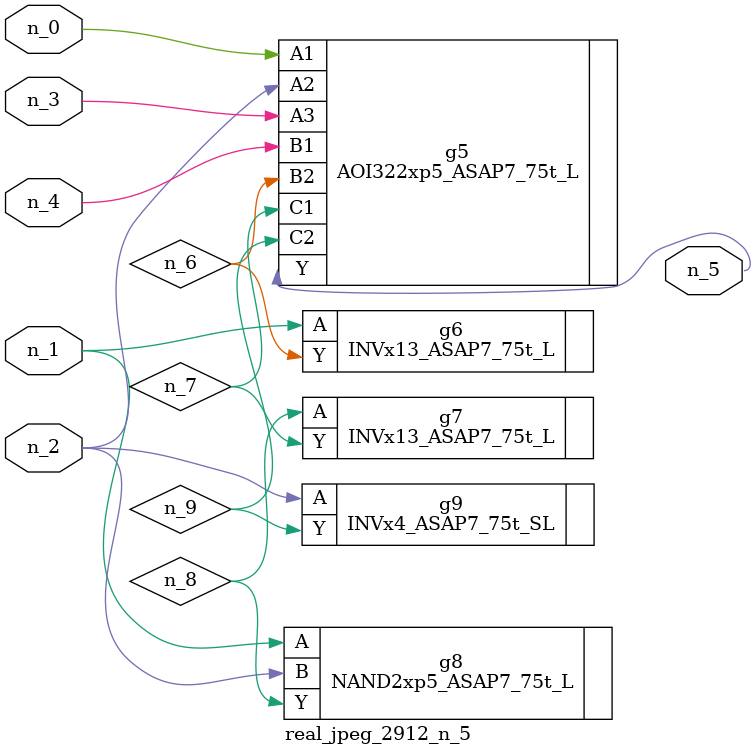
<source format=v>
module real_jpeg_2912_n_5 (n_4, n_0, n_1, n_2, n_3, n_5);

input n_4;
input n_0;
input n_1;
input n_2;
input n_3;

output n_5;

wire n_8;
wire n_6;
wire n_7;
wire n_9;

AOI322xp5_ASAP7_75t_L g5 ( 
.A1(n_0),
.A2(n_2),
.A3(n_3),
.B1(n_4),
.B2(n_6),
.C1(n_7),
.C2(n_9),
.Y(n_5)
);

INVx13_ASAP7_75t_L g6 ( 
.A(n_1),
.Y(n_6)
);

NAND2xp5_ASAP7_75t_L g8 ( 
.A(n_1),
.B(n_2),
.Y(n_8)
);

INVx4_ASAP7_75t_SL g9 ( 
.A(n_2),
.Y(n_9)
);

INVx13_ASAP7_75t_L g7 ( 
.A(n_8),
.Y(n_7)
);


endmodule
</source>
